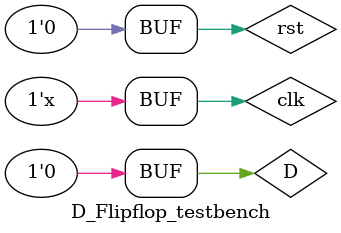
<source format=v>
`timescale 1ns / 1ps


module D_Flipflop_testbench;
    reg D,clk,rst;
    wire Q,Qbar;
    D_Flipflop_design uut(D,clk,rst,Q,Qbar);
        initial begin
            clk = 0;
            rst = 1; D = 0;
            #10 rst = 0;
            #10 D = 1;
            #10 D = 0;
            #10 D = 1;
            #10 D = 0;
            #10 D = 1;
            #10 D = 0;
            #10 D = 0;
            #10 D = 1;
            #10 D = 0;
            #10 D = 1;
            #10 D = 1;
            #10 D = 0;
        end
        always #5 clk = ~clk;
endmodule
</source>
